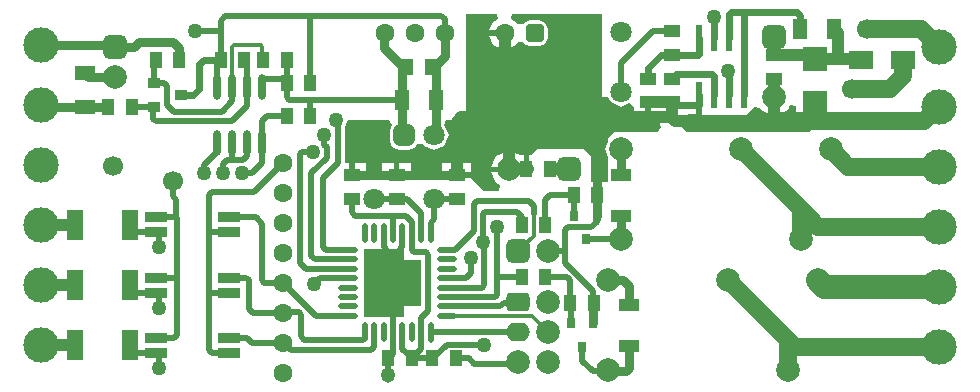
<source format=gbl>
%FSLAX24Y24*%
%MOIN*%
G70*
G01*
G75*
G04 Layer_Physical_Order=2*
G04 Layer_Color=65280*
%ADD10R,0.0532X0.0433*%
%ADD11R,0.0571X0.0413*%
%ADD12O,0.0906X0.0236*%
%ADD13R,0.0827X0.0846*%
%ADD14R,0.0433X0.0532*%
%ADD15R,0.0610X0.0787*%
%ADD16C,0.0295*%
%ADD17C,0.0197*%
%ADD18C,0.0394*%
%ADD19R,0.0984X0.0906*%
%ADD20C,0.0787*%
%ADD21C,0.1181*%
%ADD22C,0.0630*%
%ADD23O,0.0787X0.0630*%
G04:AMPARAMS|DCode=24|XSize=63mil|YSize=78.7mil|CornerRadius=15.7mil|HoleSize=0mil|Usage=FLASHONLY|Rotation=270.000|XOffset=0mil|YOffset=0mil|HoleType=Round|Shape=RoundedRectangle|*
%AMROUNDEDRECTD24*
21,1,0.0630,0.0472,0,0,270.0*
21,1,0.0315,0.0787,0,0,270.0*
1,1,0.0315,-0.0236,-0.0157*
1,1,0.0315,-0.0236,0.0157*
1,1,0.0315,0.0236,0.0157*
1,1,0.0315,0.0236,-0.0157*
%
%ADD24ROUNDEDRECTD24*%
G04:AMPARAMS|DCode=25|XSize=78.7mil|YSize=78.7mil|CornerRadius=19.7mil|HoleSize=0mil|Usage=FLASHONLY|Rotation=0.000|XOffset=0mil|YOffset=0mil|HoleType=Round|Shape=RoundedRectangle|*
%AMROUNDEDRECTD25*
21,1,0.0787,0.0394,0,0,0.0*
21,1,0.0394,0.0787,0,0,0.0*
1,1,0.0394,0.0197,-0.0197*
1,1,0.0394,-0.0197,-0.0197*
1,1,0.0394,-0.0197,0.0197*
1,1,0.0394,0.0197,0.0197*
%
%ADD25ROUNDEDRECTD25*%
%ADD26C,0.0709*%
G04:AMPARAMS|DCode=27|XSize=78.7mil|YSize=78.7mil|CornerRadius=19.7mil|HoleSize=0mil|Usage=FLASHONLY|Rotation=270.000|XOffset=0mil|YOffset=0mil|HoleType=Round|Shape=RoundedRectangle|*
%AMROUNDEDRECTD27*
21,1,0.0787,0.0394,0,0,270.0*
21,1,0.0394,0.0787,0,0,270.0*
1,1,0.0394,-0.0197,-0.0197*
1,1,0.0394,-0.0197,0.0197*
1,1,0.0394,0.0197,0.0197*
1,1,0.0394,0.0197,-0.0197*
%
%ADD27ROUNDEDRECTD27*%
%ADD28C,0.0669*%
G04:AMPARAMS|DCode=29|XSize=63mil|YSize=63mil|CornerRadius=15.7mil|HoleSize=0mil|Usage=FLASHONLY|Rotation=180.000|XOffset=0mil|YOffset=0mil|HoleType=Round|Shape=RoundedRectangle|*
%AMROUNDEDRECTD29*
21,1,0.0630,0.0315,0,0,180.0*
21,1,0.0315,0.0630,0,0,180.0*
1,1,0.0315,-0.0157,0.0157*
1,1,0.0315,0.0157,0.0157*
1,1,0.0315,0.0157,-0.0157*
1,1,0.0315,-0.0157,-0.0157*
%
%ADD29ROUNDEDRECTD29*%
G04:AMPARAMS|DCode=30|XSize=70.9mil|YSize=70.9mil|CornerRadius=17.7mil|HoleSize=0mil|Usage=FLASHONLY|Rotation=0.000|XOffset=0mil|YOffset=0mil|HoleType=Round|Shape=RoundedRectangle|*
%AMROUNDEDRECTD30*
21,1,0.0709,0.0354,0,0,0.0*
21,1,0.0354,0.0709,0,0,0.0*
1,1,0.0354,0.0177,-0.0177*
1,1,0.0354,-0.0177,-0.0177*
1,1,0.0354,-0.0177,0.0177*
1,1,0.0354,0.0177,0.0177*
%
%ADD30ROUNDEDRECTD30*%
%ADD31C,0.0500*%
%ADD32R,0.0433X0.0354*%
%ADD33R,0.0689X0.0492*%
%ADD34R,0.0413X0.0571*%
%ADD35R,0.0768X0.0354*%
%ADD36R,0.0532X0.1043*%
%ADD37R,0.0315X0.0354*%
%ADD38R,0.0650X0.0413*%
%ADD39R,0.0236X0.0866*%
%ADD40R,0.0492X0.0689*%
%ADD41R,0.0846X0.0827*%
%ADD42R,0.0787X0.0610*%
%ADD43O,0.0236X0.0866*%
%ADD44O,0.0217X0.0650*%
%ADD45O,0.0650X0.0217*%
%ADD46C,0.0591*%
%ADD47C,0.0787*%
%ADD48C,0.0118*%
%ADD49C,0.0236*%
%ADD50R,0.0591X0.1575*%
%ADD51R,0.0039X0.1654*%
%ADD52R,0.1378X0.2283*%
G36*
X35805Y22234D02*
X35827D01*
Y22205D01*
X37283D01*
Y22205D01*
X37410Y22331D01*
X37425D01*
Y22346D01*
D01*
X37577Y22471D01*
X37747Y22437D01*
X37776Y22367D01*
X38130Y22220D01*
Y22819D01*
X38327D01*
Y22220D01*
X38680Y22367D01*
X38754Y22544D01*
X38947Y22506D01*
Y21998D01*
X39457D01*
X39533Y21816D01*
X39370Y21654D01*
X35268D01*
X35159Y21817D01*
X35287Y22126D01*
Y22126D01*
X35319Y22204D01*
X35392Y22234D01*
D01*
X35392Y22234D01*
X35392Y22234D01*
X35608D01*
Y22864D01*
X35805D01*
Y22234D01*
D02*
G37*
G36*
X32480Y22795D02*
X32693D01*
X32763Y22629D01*
X33110Y22485D01*
X33389Y22600D01*
X33553Y22491D01*
Y22224D01*
X33917D01*
Y22638D01*
X34114D01*
Y22224D01*
X34254D01*
X34319Y22126D01*
X34319Y22126D01*
X34319D01*
X34447Y21817D01*
X34338Y21654D01*
X32874D01*
X32677Y21457D01*
Y21308D01*
X32576Y21063D01*
X32677Y20818D01*
Y19990D01*
X32421D01*
Y19528D01*
X32224D01*
Y19990D01*
X32126D01*
Y20827D01*
X32087Y20866D01*
X31890Y21063D01*
X30315D01*
X30128Y20876D01*
X30059D01*
Y20394D01*
X29862D01*
Y20876D01*
X29773D01*
X29492Y20992D01*
Y20394D01*
X29394D01*
Y20295D01*
X28795D01*
X28942Y19942D01*
X29095Y19878D01*
X29057Y19685D01*
X28543D01*
X28150Y20079D01*
X28120D01*
Y20098D01*
X27156D01*
Y20079D01*
X26112D01*
Y20098D01*
X25148D01*
Y20079D01*
X24616D01*
Y20098D01*
X24134D01*
Y20197D01*
X24035D01*
Y20600D01*
X23898D01*
Y21798D01*
X24001Y22047D01*
X25362D01*
X25472Y21884D01*
X25401Y21713D01*
Y21358D01*
X25489Y21146D01*
X25701Y21058D01*
X26055D01*
X26267Y21146D01*
X26309Y21247D01*
X26506D01*
X26530Y21188D01*
X26878Y21044D01*
X27226Y21188D01*
X27370Y21535D01*
X27226Y21883D01*
Y21883D01*
Y21883D01*
X27294Y22047D01*
X27756D01*
X27953Y22244D01*
Y25591D01*
X28986D01*
X29025Y25397D01*
X28844Y25323D01*
X28723Y25030D01*
X29236D01*
Y24931D01*
X29335D01*
Y24418D01*
X29628Y24539D01*
X29664Y24627D01*
X29861D01*
X29882Y24577D01*
X30079Y24495D01*
X30394D01*
X30591Y24577D01*
X30672Y24774D01*
Y25089D01*
X30591Y25286D01*
X30394Y25367D01*
X30079D01*
X29882Y25286D01*
X29861Y25236D01*
X29664D01*
X29628Y25323D01*
X29448Y25397D01*
X29486Y25591D01*
X32480D01*
Y22795D01*
D02*
G37*
%LPC*%
G36*
X26112Y20600D02*
X25728D01*
Y20295D01*
X26112D01*
Y20600D01*
D02*
G37*
G36*
X25531D02*
X25148D01*
Y20295D01*
X25531D01*
Y20600D01*
D02*
G37*
G36*
X24616D02*
X24232D01*
Y20295D01*
X24616D01*
Y20600D01*
D02*
G37*
G36*
X27539D02*
X27156D01*
Y20295D01*
X27539D01*
Y20600D01*
D02*
G37*
G36*
X29138Y24833D02*
X28723D01*
X28844Y24539D01*
X29138Y24418D01*
Y24833D01*
D02*
G37*
G36*
X29295Y20992D02*
X28942Y20846D01*
X28795Y20492D01*
X29295D01*
Y20992D01*
D02*
G37*
G36*
X28120Y20600D02*
X27736D01*
Y20295D01*
X28120D01*
Y20600D01*
D02*
G37*
%LPD*%
D10*
X34016Y23425D02*
D03*
Y22638D02*
D03*
X34803Y25000D02*
D03*
Y24213D02*
D03*
D11*
X24134Y19409D02*
D03*
Y20197D02*
D03*
X25630Y19409D02*
D03*
Y20197D02*
D03*
X27638Y19409D02*
D03*
Y20197D02*
D03*
X34803Y23425D02*
D03*
Y22638D02*
D03*
X38228Y24213D02*
D03*
Y23425D02*
D03*
D14*
X16811Y22480D02*
D03*
X16024D02*
D03*
X17598Y24055D02*
D03*
X18386D02*
D03*
X19764D02*
D03*
X20551D02*
D03*
X21969D02*
D03*
X21181D02*
D03*
X21969Y22165D02*
D03*
X22756D02*
D03*
X26811Y14094D02*
D03*
X27598D02*
D03*
X31417Y15945D02*
D03*
X32205D02*
D03*
X29803Y16811D02*
D03*
X30591D02*
D03*
X29803Y18543D02*
D03*
X30591D02*
D03*
X31535Y19528D02*
D03*
X32323D02*
D03*
D16*
X32677Y13693D02*
X32709Y13661D01*
X33268D01*
X33386Y13780D01*
Y14518D01*
X32677Y16693D02*
X33189D01*
X33386Y16496D01*
Y15876D02*
Y16496D01*
X25630Y20197D02*
X27638D01*
X32323Y19528D02*
Y22126D01*
X26939Y22717D02*
Y23868D01*
X26890Y23819D02*
X26939Y23868D01*
X26772Y23819D02*
X26890D01*
X27236Y24165D02*
Y24931D01*
X26939Y23868D02*
X27236Y24165D01*
X26939Y21596D02*
Y22717D01*
X26878Y21535D02*
X26939Y21596D01*
X25817Y22717D02*
Y23829D01*
X25827Y23819D01*
X25984D01*
X25197Y24892D02*
X25236Y24931D01*
X25197Y24449D02*
Y24892D01*
Y24449D02*
X25817Y23829D01*
Y21596D02*
Y22717D01*
Y21596D02*
X25878Y21535D01*
X24134Y20197D02*
X25630D01*
X33110Y18063D02*
Y18848D01*
Y20207D02*
Y21063D01*
X32185Y15276D02*
Y15925D01*
X32303Y19508D02*
X32323Y19528D01*
X32303Y18858D02*
Y19508D01*
X15341Y23488D02*
X16260D01*
X15236Y23593D02*
X15341Y23488D01*
X15236Y22470D02*
X15246Y22480D01*
X16024D01*
X16260Y24488D02*
X16890D01*
X17047Y24646D01*
X18189D01*
X18386Y24449D01*
Y24055D02*
Y24449D01*
X13780Y24528D02*
X16220D01*
X16260Y24488D01*
X13780Y22528D02*
X13837Y22470D01*
X15236D01*
D17*
X26142Y14094D02*
X26457Y14409D01*
Y14961D01*
X26142Y14094D02*
X26811D01*
X25512Y16575D02*
Y17480D01*
Y14961D02*
Y16575D01*
X26142D01*
X24803D02*
X25512D01*
X26457Y15433D02*
X26693Y15669D01*
Y17559D01*
X26457Y14961D02*
Y15433D01*
X26614Y17638D02*
X26693Y17559D01*
X26220Y17638D02*
X26614D01*
X26142Y17717D02*
X26220Y17638D01*
X26142Y17717D02*
Y18268D01*
X28504Y18898D02*
X28583Y18976D01*
X28504Y17992D02*
Y18898D01*
X28307Y19331D02*
X30039D01*
X28207Y19230D02*
X28307Y19331D01*
X28207Y18329D02*
Y19230D01*
X27953Y16772D02*
X28110Y16929D01*
X28465Y16457D02*
X28559Y16551D01*
X28898Y16142D02*
X28976Y16220D01*
X27323Y16142D02*
X28898D01*
X29646Y15945D02*
X29685Y15984D01*
X29213Y15945D02*
X29646D01*
X29094Y15827D02*
X29213Y15945D01*
X27323Y15827D02*
X29094D01*
X23268Y17717D02*
X24016D01*
X23622Y22047D02*
X23677Y21993D01*
Y20606D02*
Y21993D01*
X23189Y20118D02*
X23677Y20606D01*
X23189Y17795D02*
Y20118D01*
Y17795D02*
X23268Y17717D01*
X23228Y21225D02*
Y21535D01*
Y21225D02*
X23307Y21146D01*
Y20787D02*
Y21146D01*
X22795Y20276D02*
X23307Y20787D01*
X22795Y17520D02*
Y20276D01*
Y17520D02*
X22913Y17402D01*
X22480Y20984D02*
X22835D01*
X22402Y20906D02*
X22480Y20984D01*
X22402Y17283D02*
Y20906D01*
Y17283D02*
X22598Y17087D01*
X32185Y15925D02*
Y16348D01*
X22756Y22717D02*
X25817D01*
X26142Y18268D02*
Y18658D01*
X25943Y18857D02*
X26142Y18658D01*
X25512Y17480D02*
X25827Y17795D01*
Y18268D01*
X25512Y18857D02*
X25943D01*
X24661D02*
X25512D01*
X25512Y18857D02*
X25512Y18857D01*
X25512Y18268D02*
Y18857D01*
X24134Y18976D02*
Y19409D01*
Y18976D02*
X24252Y18858D01*
X24659D01*
X24661Y18857D01*
X26457Y18268D02*
Y18937D01*
X25984Y19409D02*
X26457Y18937D01*
X26772Y14961D02*
X26795Y14984D01*
X28512Y14559D02*
X28543Y14528D01*
X27300Y14559D02*
X28512D01*
X26836Y14094D02*
X27300Y14559D01*
X26811Y14094D02*
X26836D01*
X29598Y13898D02*
X29685Y13984D01*
X28228Y13898D02*
X29598D01*
X28031Y14094D02*
X28228Y13898D01*
X27598Y14094D02*
X28031D01*
X26795Y14984D02*
X29685D01*
X26772Y14724D02*
X26772Y14724D01*
X25354Y13386D02*
Y14094D01*
X31260Y17677D02*
Y18386D01*
Y17273D02*
Y17677D01*
X30685D02*
X31260D01*
Y17273D02*
X32185Y16348D01*
X31260Y18386D02*
X31339Y18465D01*
X32126D01*
X32303Y18642D01*
Y18858D01*
X32646Y13661D02*
X32677Y13693D01*
X32165Y13661D02*
X32646D01*
X31811Y14016D02*
X32165Y13661D01*
X31811Y14016D02*
Y14488D01*
X31437Y15276D02*
Y15925D01*
X31417Y15945D02*
X31437Y15925D01*
X31417Y15945D02*
Y16693D01*
X31299Y16811D02*
X31417Y16693D01*
X30591Y16811D02*
X31299D01*
X33102Y18071D02*
X33110Y18063D01*
X31929Y18071D02*
X33102D01*
X31555Y18858D02*
Y19508D01*
X31535Y19528D02*
X31555Y19508D01*
X30748Y19528D02*
X31535D01*
X30591Y19370D02*
X30748Y19528D01*
X30591Y18543D02*
Y19370D01*
X29055Y16811D02*
X29803D01*
X30197Y18913D02*
Y19173D01*
X30039Y19331D02*
X30197Y19173D01*
X27594Y17717D02*
X28207Y18329D01*
X27323Y17717D02*
X27594D01*
X29803Y18543D02*
Y18819D01*
X29646Y18976D02*
X29803Y18819D01*
X28583Y18976D02*
X29646D01*
X21843Y16614D02*
X21850Y16622D01*
X21220Y16614D02*
X21843D01*
X21142Y16693D02*
X21220Y16614D01*
X21142Y16693D02*
Y18583D01*
X20931Y18793D02*
X21142Y18583D01*
X20030Y18793D02*
X20931D01*
X20835Y15622D02*
X21850D01*
X20709Y15748D02*
X20835Y15622D01*
X20709Y15748D02*
Y16693D01*
X20616Y16785D02*
X20709Y16693D01*
X20030Y16785D02*
X20616D01*
X21835Y14606D02*
X21850Y14622D01*
X20827Y14606D02*
X21835D01*
X20656Y14778D02*
X20827Y14606D01*
X20030Y14778D02*
X20656D01*
X20874Y19646D02*
X21850Y20622D01*
X19488Y19646D02*
X20874D01*
X19370Y19528D02*
X19488Y19646D01*
X19370Y18268D02*
Y19528D01*
X18181Y19496D02*
Y20000D01*
Y19496D02*
X18293Y19384D01*
Y18793D02*
Y19384D01*
X16811Y22480D02*
X16831Y22461D01*
X17530D01*
X17520Y22451D02*
X17530Y22461D01*
X17520Y22087D02*
Y22451D01*
Y22087D02*
X17598Y22008D01*
X20157D01*
X17530Y23986D02*
X17598Y24055D01*
X17530Y23287D02*
Y23986D01*
Y23287D02*
X17894D01*
X17992Y23189D01*
Y22559D02*
Y23189D01*
Y22559D02*
X18228Y22323D01*
X19803D01*
X19370Y16260D02*
Y18268D01*
Y14370D02*
Y16260D01*
X19396Y16285D01*
X20030D01*
X19396Y18293D02*
X20030D01*
X19370Y18268D02*
X19396Y18293D01*
X19370Y14370D02*
X19463Y14278D01*
X20030D01*
X18307Y14882D02*
Y16791D01*
X18301Y16785D02*
X18307Y16791D01*
X17608Y16785D02*
X18301D01*
X18203Y14778D02*
X18307Y14882D01*
X17608Y14778D02*
X18203D01*
X17608Y18293D02*
X17717Y18185D01*
Y17795D02*
Y18185D01*
X17608Y16285D02*
X17717Y16177D01*
Y15787D02*
Y16177D01*
X17608Y14278D02*
X17717Y14169D01*
Y13780D02*
Y14169D01*
X16732Y18543D02*
X16982Y18293D01*
X17608D01*
X16732Y16535D02*
X16982Y16285D01*
X17608D01*
X16732Y14528D02*
X16982Y14278D01*
X17608D01*
X20644Y23150D02*
Y23963D01*
X20551Y24055D02*
X20644Y23963D01*
X21144Y23150D02*
Y23348D01*
X21220Y23425D01*
X21811D01*
X21969Y23268D01*
Y24055D01*
X19644Y23150D02*
Y23935D01*
X19764Y24055D01*
X20144Y22663D02*
Y23150D01*
X19803Y22323D02*
X20144Y22663D01*
X20644Y22494D02*
Y23150D01*
X20157Y22008D02*
X20644Y22494D01*
X22756Y23268D02*
Y25512D01*
X27126D01*
X17608Y18793D02*
X18293D01*
X18307Y18780D01*
Y16791D02*
Y18780D01*
X27236Y24931D02*
Y25402D01*
X27126Y25512D02*
X27236Y25402D01*
X21969Y22795D02*
Y23268D01*
Y22795D02*
X22047Y22717D01*
X22756D01*
X19921Y25512D02*
X22756D01*
X19764Y25354D02*
X19921Y25512D01*
X22756Y22165D02*
Y22717D01*
X21144Y21260D02*
Y22010D01*
X21299Y22165D01*
X21969D01*
X33110Y22976D02*
Y23937D01*
X34173Y25000D01*
X34803D01*
X19644Y20982D02*
Y21260D01*
X19213Y20551D02*
X19644Y20982D01*
X19213Y20276D02*
Y20551D01*
X19843Y20276D02*
Y20591D01*
X19976Y20724D01*
X20512D02*
X20644Y20856D01*
Y21260D01*
X20144Y20738D02*
Y21260D01*
Y20738D02*
X20157Y20724D01*
X19976D02*
X20157D01*
X20512D01*
X21144Y20593D02*
Y21260D01*
X20827Y20276D02*
X21144Y20593D01*
X20472Y20276D02*
X20827D01*
X18898Y25000D02*
X19764D01*
Y24055D02*
Y25000D01*
Y25354D01*
X24016Y17402D02*
X24016Y17402D01*
X22598Y17087D02*
X24016D01*
X22913Y17402D02*
X24016D01*
X24882Y14488D02*
Y14961D01*
X24764Y14370D02*
X24882Y14488D01*
X22102Y14370D02*
X24764D01*
X21850Y14622D02*
X22102Y14370D01*
X24567Y14764D02*
Y14961D01*
X24528Y14724D02*
X24567Y14764D01*
X22559Y14724D02*
X24528D01*
X22441Y14843D02*
X22559Y14724D01*
X22441Y14843D02*
Y15551D01*
X22362Y15630D02*
X22441Y15551D01*
X21858Y15630D02*
X22362D01*
X21850Y15622D02*
X21858Y15630D01*
X22961Y15512D02*
X24016D01*
X21850Y16622D02*
X22961Y15512D01*
X23071Y16772D02*
X24016D01*
X22874Y16575D02*
X23071Y16772D01*
X27323D02*
X27953D01*
X28110Y16929D02*
Y17441D01*
X27323Y16457D02*
X28465D01*
X28559Y16551D02*
Y17937D01*
X28504Y17992D02*
X28559Y17937D01*
X28976Y16220D02*
Y18465D01*
X29661Y14961D02*
X29685Y14984D01*
X25512Y14252D02*
Y14961D01*
X25354Y14094D02*
X25512Y14252D01*
X25827Y14409D02*
Y14961D01*
Y14409D02*
X26142Y14094D01*
X29575D02*
X29685Y13984D01*
X25197Y17795D02*
X25512Y17480D01*
X25197Y17795D02*
Y18268D01*
X26772D02*
Y18622D01*
X26890Y18740D01*
Y19409D01*
X27638D01*
X25630D02*
X25984D01*
X24890D02*
X25630D01*
D18*
X29961Y20394D02*
X30000D01*
X29394D02*
X29961D01*
X29236Y22126D02*
X29394Y21969D01*
X29236Y22126D02*
X29236Y22126D01*
X29394Y20394D02*
Y21969D01*
X27638Y20197D02*
Y21969D01*
X27795Y22126D01*
X29236D01*
X29236Y22126D02*
X32323D01*
X29236Y22126D02*
Y24931D01*
X32323Y22126D02*
X34803D01*
X13780Y14528D02*
X14921D01*
X13780Y16528D02*
X14913D01*
X14921Y16535D01*
X13780Y18528D02*
X13795Y18543D01*
X14921D01*
X30787Y20394D02*
X31394D01*
X14906Y18528D02*
X14921Y18543D01*
X33087Y22953D02*
X33110Y22976D01*
X38228Y24213D02*
Y24819D01*
Y22819D02*
Y23425D01*
X34803Y22126D02*
Y22638D01*
X38228Y24213D02*
X39439D01*
X39567Y24085D01*
X41082D02*
X41111Y24055D01*
X40207Y25079D02*
X40354Y24931D01*
Y24085D02*
Y24931D01*
X39567Y24085D02*
X40354D01*
X41082D01*
X38228Y22008D02*
Y22819D01*
X39567Y22008D02*
Y22608D01*
X34803Y22126D02*
X34921Y22008D01*
X38228D01*
X34016Y22638D02*
X34803D01*
D20*
X32677Y13693D02*
D03*
X38677D02*
D03*
X39677Y16693D02*
D03*
X36677D02*
D03*
X32677D02*
D03*
X33110Y18063D02*
D03*
X39110D02*
D03*
X40110Y21063D02*
D03*
X37110D02*
D03*
X33110D02*
D03*
X30685Y13984D02*
D03*
X29685D02*
D03*
X30685Y14984D02*
D03*
Y15984D02*
D03*
Y17677D02*
D03*
X29394Y20394D02*
D03*
X38228Y22819D02*
D03*
X16260Y23488D02*
D03*
D21*
X43701Y14488D02*
D03*
Y16488D02*
D03*
Y18488D02*
D03*
Y20488D02*
D03*
Y22488D02*
D03*
Y24488D02*
D03*
X13780Y14528D02*
D03*
Y16528D02*
D03*
Y18528D02*
D03*
Y20528D02*
D03*
Y22528D02*
D03*
Y24528D02*
D03*
D22*
X21850Y20622D02*
D03*
Y19622D02*
D03*
Y18622D02*
D03*
Y17622D02*
D03*
Y16622D02*
D03*
Y15622D02*
D03*
Y14622D02*
D03*
Y13622D02*
D03*
X29236Y24931D02*
D03*
X27236D02*
D03*
X26236D02*
D03*
X25236D02*
D03*
D23*
X29685Y14984D02*
D03*
D24*
Y15984D02*
D03*
D25*
Y17677D02*
D03*
X31394Y20394D02*
D03*
D26*
X33110Y24976D02*
D03*
Y22976D02*
D03*
X24890Y19409D02*
D03*
X26890D02*
D03*
X26878Y21535D02*
D03*
D27*
X38228Y24819D02*
D03*
X16260Y24488D02*
D03*
D28*
X41299Y25071D02*
D03*
X40799Y23071D02*
D03*
X18181Y20000D02*
D03*
X16181Y20500D02*
D03*
D29*
X30236Y24931D02*
D03*
D30*
X25878Y21535D02*
D03*
D31*
X25354Y13543D02*
D03*
X26142Y16575D02*
D03*
X24803D02*
D03*
X28543Y14528D02*
D03*
X17717Y13780D02*
D03*
Y15787D02*
D03*
X20472Y20276D02*
D03*
X19843D02*
D03*
X19213D02*
D03*
X17717Y17795D02*
D03*
X22874Y16575D02*
D03*
X28976Y18465D02*
D03*
X28504Y17992D02*
D03*
X28110Y17441D02*
D03*
X36693Y23661D02*
D03*
X36220Y25472D02*
D03*
X34803Y22126D02*
D03*
X18898Y25000D02*
D03*
X22835Y20984D02*
D03*
X23228Y21535D02*
D03*
X23622Y22047D02*
D03*
D32*
X17530Y22461D02*
D03*
Y23287D02*
D03*
X18455Y22874D02*
D03*
D33*
X15236Y23593D02*
D03*
Y22470D02*
D03*
D34*
X22756Y23268D02*
D03*
X21969D02*
D03*
X26142Y14094D02*
D03*
X25354D02*
D03*
X30748Y20394D02*
D03*
X29961D02*
D03*
X25984Y23819D02*
D03*
X26772D02*
D03*
D35*
X17608Y14278D02*
D03*
Y14778D02*
D03*
X20030Y14278D02*
D03*
Y14778D02*
D03*
X17608Y16285D02*
D03*
Y16785D02*
D03*
X20030Y16285D02*
D03*
Y16785D02*
D03*
X17608Y18293D02*
D03*
Y18793D02*
D03*
X20030Y18293D02*
D03*
Y18793D02*
D03*
D36*
X14921Y14528D02*
D03*
X16732D02*
D03*
X14921Y16535D02*
D03*
X16732D02*
D03*
X14921Y18543D02*
D03*
X16732D02*
D03*
D37*
X31811Y14488D02*
D03*
X32185Y15276D02*
D03*
X31437D02*
D03*
X31929Y18071D02*
D03*
X32303Y18858D02*
D03*
X31555D02*
D03*
D38*
X33386Y15876D02*
D03*
Y14518D02*
D03*
X33110Y20207D02*
D03*
Y18848D02*
D03*
D39*
X35707Y24774D02*
D03*
X36207D02*
D03*
X36707D02*
D03*
X37207D02*
D03*
X35707Y22864D02*
D03*
X36207D02*
D03*
X36707D02*
D03*
X37207D02*
D03*
D40*
X40207Y25079D02*
D03*
X39085D02*
D03*
X25817Y22717D02*
D03*
X26939D02*
D03*
D41*
X39567Y24085D02*
D03*
Y22608D02*
D03*
D42*
X41111Y24055D02*
D03*
X42511D02*
D03*
D43*
X21144Y21260D02*
D03*
X20644D02*
D03*
X20144D02*
D03*
X19644D02*
D03*
X21144Y23150D02*
D03*
X20644D02*
D03*
X20144D02*
D03*
X19644D02*
D03*
D44*
X24567Y18268D02*
D03*
X24882D02*
D03*
X25197D02*
D03*
X25512D02*
D03*
X25827D02*
D03*
X26142D02*
D03*
X26457D02*
D03*
X26772D02*
D03*
Y14961D02*
D03*
X26457D02*
D03*
X26142D02*
D03*
X25827D02*
D03*
X25512D02*
D03*
X25197D02*
D03*
X24882D02*
D03*
X24567D02*
D03*
D45*
X27323Y17717D02*
D03*
Y17402D02*
D03*
Y17087D02*
D03*
Y16772D02*
D03*
Y16457D02*
D03*
Y16142D02*
D03*
Y15827D02*
D03*
Y15512D02*
D03*
X24016D02*
D03*
Y15827D02*
D03*
Y16142D02*
D03*
Y16457D02*
D03*
Y16772D02*
D03*
Y17087D02*
D03*
Y17402D02*
D03*
Y17717D02*
D03*
D46*
X38228Y22008D02*
X39567D01*
X39110Y19063D02*
X39685Y18488D01*
X37110Y21063D02*
X39110Y19063D01*
Y18063D02*
Y19063D01*
X39685Y18488D02*
X43701D01*
X38677Y14693D02*
X38882Y14488D01*
X36677Y16693D02*
X38677Y14693D01*
Y13693D02*
Y14693D01*
X38882Y14488D02*
X43701D01*
X40685Y20488D02*
X43701D01*
X40110Y21063D02*
X40685Y20488D01*
X41299Y25071D02*
X43118D01*
X43701Y24488D01*
X40799Y23071D02*
X42087D01*
X42520Y23504D01*
Y24046D01*
X42511Y24055D02*
X42520Y24046D01*
X43220Y22008D02*
X43701Y22488D01*
X39567Y22008D02*
X43220D01*
D47*
X39882Y16488D02*
X43701D01*
X39677Y16693D02*
X39882Y16488D01*
D48*
X29685Y17677D02*
X30197Y18189D01*
Y18913D01*
X20197Y24528D02*
X21102D01*
X21142Y24488D01*
Y24055D02*
Y24488D01*
X20144Y23150D02*
Y24474D01*
X20197Y24528D01*
X27323Y15512D02*
X27324Y15510D01*
X30159D01*
X30685Y14984D01*
D49*
X19213Y24055D02*
X19764D01*
X19055Y23898D02*
X19213Y24055D01*
X19055Y23071D02*
Y23898D01*
X18858Y22874D02*
X19055Y23071D01*
X18455Y22874D02*
X18858D01*
X35707Y24250D02*
Y24774D01*
X35669Y24213D02*
X35707Y24250D01*
X34803Y24213D02*
X35669D01*
X34449D02*
X34803D01*
X34016Y23780D02*
X34449Y24213D01*
X34016Y23425D02*
Y23780D01*
X34803Y23425D02*
X34961Y23583D01*
X36142D01*
X36207Y23518D01*
Y22864D02*
Y23518D01*
X37207Y22864D02*
Y24774D01*
X38976Y25630D02*
X39085Y25522D01*
X36207Y24774D02*
Y25459D01*
X36220Y25472D01*
X36707Y22864D02*
Y23648D01*
X36693Y23661D02*
X36707Y23648D01*
X35707Y22561D02*
Y22864D01*
Y22561D02*
X35709Y22559D01*
X34803Y22638D02*
X34882Y22559D01*
X37207Y25630D02*
X38976D01*
X39085Y24882D02*
Y25079D01*
Y25522D01*
X36707Y24774D02*
Y25565D01*
X36772Y25630D01*
X37207D01*
Y24774D02*
Y25630D01*
X34882Y22559D02*
X35709D01*
D50*
X26161Y16614D02*
D03*
D51*
X25846Y16575D02*
D03*
D52*
X25217Y16614D02*
D03*
M02*

</source>
